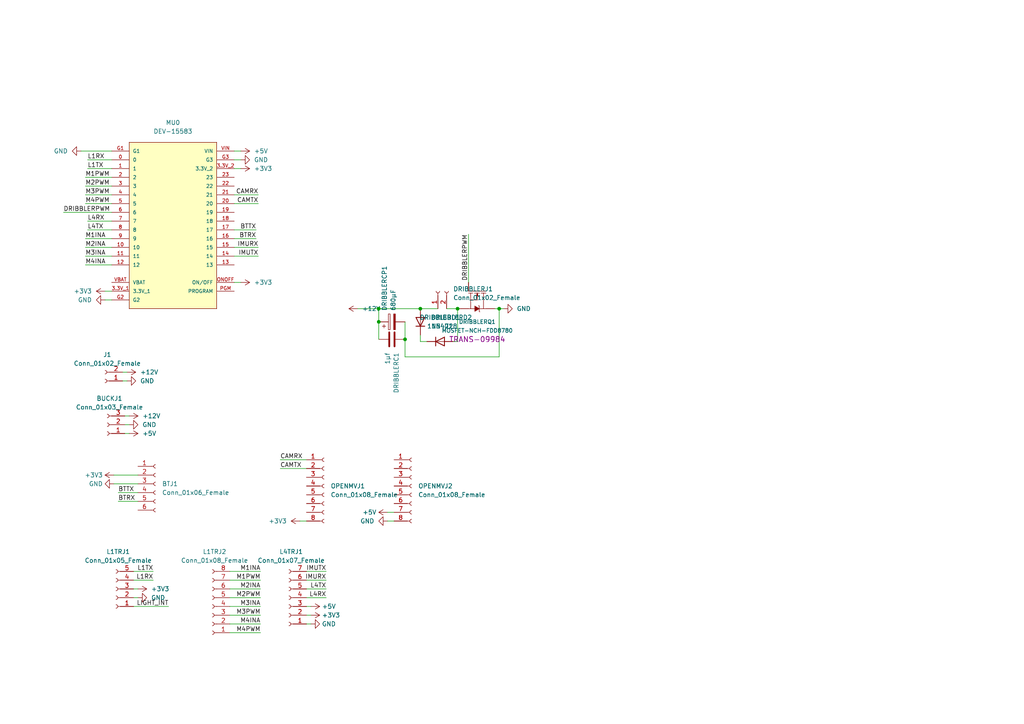
<source format=kicad_sch>
(kicad_sch (version 20211123) (generator eeschema)
  (paper "A4")
  (lib_symbols
    (symbol "Connector:Conn_01x02_Female" (pin_names (offset 1.016) hide)
      (property "Reference" "J" (at 0 2.54 0))
      (property "Value" "Conn_01x02_Female" (at 0 -5.08 0))
      (symbol "Conn_01x02_Female_1_1"
        (arc (start 0 -2.032) (mid -0.508 -2.54) (end 0 -3.048) (stroke (width 0.1524)))
        (polyline (pts (xy -1.27 -2.54) (xy -0.508 -2.54)) (stroke (width 0.1524)))
        (polyline (pts (xy -1.27 0) (xy -0.508 0)) (stroke (width 0.1524)))
        (arc (start 0 0.508) (mid -0.508 0) (end 0 -0.508) (stroke (width 0.1524)))
        (pin passive line (at -5.08 0 0) (length 3.81) (name "Pin_1") (number "1"))
        (pin passive line (at -5.08 -2.54 0) (length 3.81) (name "Pin_2") (number "2"))
      )
    )
    (symbol "Connector:Conn_01x03_Female" (pin_names (offset 1.016) hide)
      (property "Reference" "J" (at 0 5.08 0))
      (property "Value" "Conn_01x03_Female" (at 0 -5.08 0))
      (symbol "Conn_01x03_Female_1_1"
        (arc (start 0 -2.032) (mid -0.508 -2.54) (end 0 -3.048) (stroke (width 0.1524)))
        (polyline (pts (xy -1.27 -2.54) (xy -0.508 -2.54)) (stroke (width 0.1524)))
        (polyline (pts (xy -1.27 0) (xy -0.508 0)) (stroke (width 0.1524)))
        (polyline (pts (xy -1.27 2.54) (xy -0.508 2.54)) (stroke (width 0.1524)))
        (arc (start 0 0.508) (mid -0.508 0) (end 0 -0.508) (stroke (width 0.1524)))
        (arc (start 0 3.048) (mid -0.508 2.54) (end 0 2.032) (stroke (width 0.1524)))
        (pin passive line (at -5.08 2.54 0) (length 3.81) (name "Pin_1") (number "1"))
        (pin passive line (at -5.08 0 0) (length 3.81) (name "Pin_2") (number "2"))
        (pin passive line (at -5.08 -2.54 0) (length 3.81) (name "Pin_3") (number "3"))
      )
    )
    (symbol "Connector:Conn_01x05_Female" (pin_names (offset 1.016) hide)
      (property "Reference" "J" (at 0 7.62 0))
      (property "Value" "Conn_01x05_Female" (at 0 -7.62 0))
      (symbol "Conn_01x05_Female_1_1"
        (arc (start 0 -4.572) (mid -0.508 -5.08) (end 0 -5.588) (stroke (width 0.1524)))
        (arc (start 0 -2.032) (mid -0.508 -2.54) (end 0 -3.048) (stroke (width 0.1524)))
        (polyline (pts (xy -1.27 -5.08) (xy -0.508 -5.08)) (stroke (width 0.1524)))
        (polyline (pts (xy -1.27 -2.54) (xy -0.508 -2.54)) (stroke (width 0.1524)))
        (polyline (pts (xy -1.27 0) (xy -0.508 0)) (stroke (width 0.1524)))
        (polyline (pts (xy -1.27 2.54) (xy -0.508 2.54)) (stroke (width 0.1524)))
        (polyline (pts (xy -1.27 5.08) (xy -0.508 5.08)) (stroke (width 0.1524)))
        (arc (start 0 0.508) (mid -0.508 0) (end 0 -0.508) (stroke (width 0.1524)))
        (arc (start 0 3.048) (mid -0.508 2.54) (end 0 2.032) (stroke (width 0.1524)))
        (arc (start 0 5.588) (mid -0.508 5.08) (end 0 4.572) (stroke (width 0.1524)))
        (pin passive line (at -5.08 5.08 0) (length 3.81) (name "Pin_1") (number "1"))
        (pin passive line (at -5.08 2.54 0) (length 3.81) (name "Pin_2") (number "2"))
        (pin passive line (at -5.08 0 0) (length 3.81) (name "Pin_3") (number "3"))
        (pin passive line (at -5.08 -2.54 0) (length 3.81) (name "Pin_4") (number "4"))
        (pin passive line (at -5.08 -5.08 0) (length 3.81) (name "Pin_5") (number "5"))
      )
    )
    (symbol "Connector:Conn_01x06_Female" (pin_names (offset 1.016) hide)
      (property "Reference" "J" (at 0 7.62 0))
      (property "Value" "Conn_01x06_Female" (at 0 -10.16 0))
      (symbol "Conn_01x06_Female_1_1"
        (arc (start 0 -7.112) (mid -0.508 -7.62) (end 0 -8.128) (stroke (width 0.1524)))
        (arc (start 0 -4.572) (mid -0.508 -5.08) (end 0 -5.588) (stroke (width 0.1524)))
        (arc (start 0 -2.032) (mid -0.508 -2.54) (end 0 -3.048) (stroke (width 0.1524)))
        (polyline (pts (xy -1.27 -7.62) (xy -0.508 -7.62)) (stroke (width 0.1524)))
        (polyline (pts (xy -1.27 -5.08) (xy -0.508 -5.08)) (stroke (width 0.1524)))
        (polyline (pts (xy -1.27 -2.54) (xy -0.508 -2.54)) (stroke (width 0.1524)))
        (polyline (pts (xy -1.27 0) (xy -0.508 0)) (stroke (width 0.1524)))
        (polyline (pts (xy -1.27 2.54) (xy -0.508 2.54)) (stroke (width 0.1524)))
        (polyline (pts (xy -1.27 5.08) (xy -0.508 5.08)) (stroke (width 0.1524)))
        (arc (start 0 0.508) (mid -0.508 0) (end 0 -0.508) (stroke (width 0.1524)))
        (arc (start 0 3.048) (mid -0.508 2.54) (end 0 2.032) (stroke (width 0.1524)))
        (arc (start 0 5.588) (mid -0.508 5.08) (end 0 4.572) (stroke (width 0.1524)))
        (pin passive line (at -5.08 5.08 0) (length 3.81) (name "Pin_1") (number "1"))
        (pin passive line (at -5.08 2.54 0) (length 3.81) (name "Pin_2") (number "2"))
        (pin passive line (at -5.08 0 0) (length 3.81) (name "Pin_3") (number "3"))
        (pin passive line (at -5.08 -2.54 0) (length 3.81) (name "Pin_4") (number "4"))
        (pin passive line (at -5.08 -5.08 0) (length 3.81) (name "Pin_5") (number "5"))
        (pin passive line (at -5.08 -7.62 0) (length 3.81) (name "Pin_6") (number "6"))
      )
    )
    (symbol "Connector:Conn_01x07_Female" (pin_names (offset 1.016) hide)
      (property "Reference" "J" (at 0 10.16 0))
      (property "Value" "Conn_01x07_Female" (at 0 -10.16 0))
      (symbol "Conn_01x07_Female_1_1"
        (arc (start 0 -7.112) (mid -0.508 -7.62) (end 0 -8.128) (stroke (width 0.1524)))
        (arc (start 0 -4.572) (mid -0.508 -5.08) (end 0 -5.588) (stroke (width 0.1524)))
        (arc (start 0 -2.032) (mid -0.508 -2.54) (end 0 -3.048) (stroke (width 0.1524)))
        (polyline (pts (xy -1.27 -7.62) (xy -0.508 -7.62)) (stroke (width 0.1524)))
        (polyline (pts (xy -1.27 -5.08) (xy -0.508 -5.08)) (stroke (width 0.1524)))
        (polyline (pts (xy -1.27 -2.54) (xy -0.508 -2.54)) (stroke (width 0.1524)))
        (polyline (pts (xy -1.27 0) (xy -0.508 0)) (stroke (width 0.1524)))
        (polyline (pts (xy -1.27 2.54) (xy -0.508 2.54)) (stroke (width 0.1524)))
        (polyline (pts (xy -1.27 5.08) (xy -0.508 5.08)) (stroke (width 0.1524)))
        (polyline (pts (xy -1.27 7.62) (xy -0.508 7.62)) (stroke (width 0.1524)))
        (arc (start 0 0.508) (mid -0.508 0) (end 0 -0.508) (stroke (width 0.1524)))
        (arc (start 0 3.048) (mid -0.508 2.54) (end 0 2.032) (stroke (width 0.1524)))
        (arc (start 0 5.588) (mid -0.508 5.08) (end 0 4.572) (stroke (width 0.1524)))
        (arc (start 0 8.128) (mid -0.508 7.62) (end 0 7.112) (stroke (width 0.1524)))
        (pin passive line (at -5.08 7.62 0) (length 3.81) (name "Pin_1") (number "1"))
        (pin passive line (at -5.08 5.08 0) (length 3.81) (name "Pin_2") (number "2"))
        (pin passive line (at -5.08 2.54 0) (length 3.81) (name "Pin_3") (number "3"))
        (pin passive line (at -5.08 0 0) (length 3.81) (name "Pin_4") (number "4"))
        (pin passive line (at -5.08 -2.54 0) (length 3.81) (name "Pin_5") (number "5"))
        (pin passive line (at -5.08 -5.08 0) (length 3.81) (name "Pin_6") (number "6"))
        (pin passive line (at -5.08 -7.62 0) (length 3.81) (name "Pin_7") (number "7"))
      )
    )
    (symbol "Connector:Conn_01x08_Female" (pin_names (offset 1.016) hide)
      (property "Reference" "J" (at 0 10.16 0))
      (property "Value" "Conn_01x08_Female" (at 0 -12.7 0))
      (symbol "Conn_01x08_Female_1_1"
        (arc (start 0 -9.652) (mid -0.508 -10.16) (end 0 -10.668) (stroke (width 0.1524)))
        (arc (start 0 -7.112) (mid -0.508 -7.62) (end 0 -8.128) (stroke (width 0.1524)))
        (arc (start 0 -4.572) (mid -0.508 -5.08) (end 0 -5.588) (stroke (width 0.1524)))
        (arc (start 0 -2.032) (mid -0.508 -2.54) (end 0 -3.048) (stroke (width 0.1524)))
        (polyline (pts (xy -1.27 -10.16) (xy -0.508 -10.16)) (stroke (width 0.1524)))
        (polyline (pts (xy -1.27 -7.62) (xy -0.508 -7.62)) (stroke (width 0.1524)))
        (polyline (pts (xy -1.27 -5.08) (xy -0.508 -5.08)) (stroke (width 0.1524)))
        (polyline (pts (xy -1.27 -2.54) (xy -0.508 -2.54)) (stroke (width 0.1524)))
        (polyline (pts (xy -1.27 0) (xy -0.508 0)) (stroke (width 0.1524)))
        (polyline (pts (xy -1.27 2.54) (xy -0.508 2.54)) (stroke (width 0.1524)))
        (polyline (pts (xy -1.27 5.08) (xy -0.508 5.08)) (stroke (width 0.1524)))
        (polyline (pts (xy -1.27 7.62) (xy -0.508 7.62)) (stroke (width 0.1524)))
        (arc (start 0 0.508) (mid -0.508 0) (end 0 -0.508) (stroke (width 0.1524)))
        (arc (start 0 3.048) (mid -0.508 2.54) (end 0 2.032) (stroke (width 0.1524)))
        (arc (start 0 5.588) (mid -0.508 5.08) (end 0 4.572) (stroke (width 0.1524)))
        (arc (start 0 8.128) (mid -0.508 7.62) (end 0 7.112) (stroke (width 0.1524)))
        (pin passive line (at -5.08 7.62 0) (length 3.81) (name "Pin_1") (number "1"))
        (pin passive line (at -5.08 5.08 0) (length 3.81) (name "Pin_2") (number "2"))
        (pin passive line (at -5.08 2.54 0) (length 3.81) (name "Pin_3") (number "3"))
        (pin passive line (at -5.08 0 0) (length 3.81) (name "Pin_4") (number "4"))
        (pin passive line (at -5.08 -2.54 0) (length 3.81) (name "Pin_5") (number "5"))
        (pin passive line (at -5.08 -5.08 0) (length 3.81) (name "Pin_6") (number "6"))
        (pin passive line (at -5.08 -7.62 0) (length 3.81) (name "Pin_7") (number "7"))
        (pin passive line (at -5.08 -10.16 0) (length 3.81) (name "Pin_8") (number "8"))
      )
    )
    (symbol "DEV-15583:DEV-15583" (pin_names (offset 1.016))
      (property "Reference" "U" (at -12.7 23.622 0))
      (property "Value" "DEV-15583" (at -12.7 -27.94 0))
      (symbol "DEV-15583_0_0"
        (rectangle (start -12.7 -25.4) (end 12.7 22.86) (stroke (width 0.1524)) (fill (type background)))
        (pin bidirectional line (at -17.78 17.78 0) (length 5.08) (name "0") (number "0"))
        (pin bidirectional line (at -17.78 15.24 0) (length 5.08) (name "1") (number "1"))
        (pin bidirectional line (at -17.78 -7.62 0) (length 5.08) (name "10") (number "10"))
        (pin bidirectional line (at -17.78 -10.16 0) (length 5.08) (name "11") (number "11"))
        (pin bidirectional line (at -17.78 -12.7 0) (length 5.08) (name "12") (number "12"))
        (pin bidirectional line (at 17.78 -12.7 180) (length 5.08) (name "13") (number "13"))
        (pin bidirectional line (at 17.78 -10.16 180) (length 5.08) (name "14") (number "14"))
        (pin bidirectional line (at 17.78 -7.62 180) (length 5.08) (name "15") (number "15"))
        (pin bidirectional line (at 17.78 -5.08 180) (length 5.08) (name "16") (number "16"))
        (pin bidirectional line (at 17.78 -2.54 180) (length 5.08) (name "17") (number "17"))
        (pin bidirectional line (at 17.78 0 180) (length 5.08) (name "18") (number "18"))
        (pin bidirectional line (at 17.78 2.54 180) (length 5.08) (name "19") (number "19"))
        (pin bidirectional line (at -17.78 12.7 0) (length 5.08) (name "2") (number "2"))
        (pin bidirectional line (at 17.78 5.08 180) (length 5.08) (name "20") (number "20"))
        (pin bidirectional line (at 17.78 7.62 180) (length 5.08) (name "21") (number "21"))
        (pin bidirectional line (at 17.78 10.16 180) (length 5.08) (name "22") (number "22"))
        (pin bidirectional line (at 17.78 12.7 180) (length 5.08) (name "23") (number "23"))
        (pin bidirectional line (at -17.78 10.16 0) (length 5.08) (name "3") (number "3"))
        (pin power_in line (at -17.78 -20.32 0) (length 5.08) (name "3.3V_1") (number "3.3V_1"))
        (pin power_in line (at 17.78 15.24 180) (length 5.08) (name "3.3V_2") (number "3.3V_2"))
        (pin bidirectional line (at -17.78 7.62 0) (length 5.08) (name "4") (number "4"))
        (pin bidirectional line (at -17.78 5.08 0) (length 5.08) (name "5") (number "5"))
        (pin bidirectional line (at -17.78 2.54 0) (length 5.08) (name "6") (number "6"))
        (pin bidirectional line (at -17.78 0 0) (length 5.08) (name "7") (number "7"))
        (pin bidirectional line (at -17.78 -2.54 0) (length 5.08) (name "8") (number "8"))
        (pin bidirectional line (at -17.78 -5.08 0) (length 5.08) (name "9") (number "9"))
        (pin power_in line (at -17.78 20.32 0) (length 5.08) (name "G1") (number "G1"))
        (pin power_in line (at -17.78 -22.86 0) (length 5.08) (name "G2") (number "G2"))
        (pin power_in line (at 17.78 17.78 180) (length 5.08) (name "G3") (number "G3"))
        (pin bidirectional line (at 17.78 -17.78 180) (length 5.08) (name "ON/OFF") (number "ONOFF"))
        (pin bidirectional line (at 17.78 -20.32 180) (length 5.08) (name "PROGRAM") (number "PGM"))
        (pin power_in line (at -17.78 -17.78 0) (length 5.08) (name "VBAT") (number "VBAT"))
        (pin power_in line (at 17.78 20.32 180) (length 5.08) (name "VIN") (number "VIN"))
      )
    )
    (symbol "Device:C" (pin_numbers hide) (pin_names (offset 0.254))
      (property "Reference" "C" (at 0.635 2.54 0))
      (property "Value" "C" (at 0.635 -2.54 0))
      (symbol "C_0_1"
        (polyline (pts (xy -2.032 -0.762) (xy 2.032 -0.762)) (stroke (width 0.508)))
        (polyline (pts (xy -2.032 0.762) (xy 2.032 0.762)) (stroke (width 0.508)))
      )
      (symbol "C_1_1"
        (pin passive line (at 0 3.81 270) (length 2.794) (name "~") (number "1"))
        (pin passive line (at 0 -3.81 90) (length 2.794) (name "~") (number "2"))
      )
    )
    (symbol "Device:C_Polarized" (pin_numbers hide) (pin_names (offset 0.254))
      (property "Reference" "C" (at 0.635 2.54 0))
      (property "Value" "C_Polarized" (at 0.635 -2.54 0))
      (symbol "C_Polarized_0_1"
        (rectangle (start -2.286 0.508) (end 2.286 1.016))
        (polyline (pts (xy -1.778 2.286) (xy -0.762 2.286)))
        (polyline (pts (xy -1.27 2.794) (xy -1.27 1.778)))
        (rectangle (start 2.286 -0.508) (end -2.286 -1.016) (fill (type outline)))
      )
      (symbol "C_Polarized_1_1"
        (pin passive line (at 0 3.81 270) (length 2.794) (name "~") (number "1"))
        (pin passive line (at 0 -3.81 90) (length 2.794) (name "~") (number "2"))
      )
    )
    (symbol "Device:D" (pin_numbers hide) (pin_names (offset 1.016) hide)
      (property "Reference" "D" (at 0 2.54 0))
      (property "Value" "D" (at 0 -2.54 0))
      (symbol "D_0_1"
        (polyline (pts (xy -1.27 1.27) (xy -1.27 -1.27)) (stroke (width 0.254)))
        (polyline (pts (xy 1.27 0) (xy -1.27 0)))
        (polyline (pts (xy 1.27 1.27) (xy 1.27 -1.27) (xy -1.27 0) (xy 1.27 1.27)) (stroke (width 0.254)))
      )
      (symbol "D_1_1"
        (pin passive line (at -3.81 0 0) (length 2.54) (name "K") (number "1"))
        (pin passive line (at 3.81 0 180) (length 2.54) (name "A") (number "2"))
      )
    )
    (symbol "SparkFun-DiscreteSemi:MOSFET-NCH-FDD8780" (pin_numbers hide) (pin_names (offset 1.016) hide)
      (property "Reference" "Q" (at 3.81 3.81 0))
      (property "Value" "MOSFET-NCH-FDD8780" (at 3.81 -5.08 0))
      (property "Field4" "TRANS-09984" (at 0 8.89 0))
      (symbol "MOSFET-NCH-FDD8780_1_0"
        (polyline (pts (xy -2.54 -2.54) (xy -2.54 2.54)))
        (polyline (pts (xy -1.9812 -1.905) (xy -1.9812 -2.54)))
        (polyline (pts (xy -1.9812 -1.905) (xy 0 -1.905)))
        (polyline (pts (xy -1.9812 -1.2954) (xy -1.9812 -1.905)))
        (polyline (pts (xy -1.9812 0.6858) (xy -1.9812 -0.8382)))
        (polyline (pts (xy -1.9812 1.8034) (xy -1.9812 1.0922)))
        (polyline (pts (xy -1.9812 1.8034) (xy 2.54 1.8034)))
        (polyline (pts (xy -1.9812 2.54) (xy -1.9812 1.8034)))
        (polyline (pts (xy 0 -1.905) (xy 0 0)))
        (polyline (pts (xy 0 0) (xy -1.2192 0)))
        (polyline (pts (xy 1.6002 0.381) (xy 1.778 0.5588)))
        (polyline (pts (xy 2.54 -2.54) (xy 2.54 -1.905)))
        (polyline (pts (xy 2.54 -1.905) (xy 0 -1.905)))
        (polyline (pts (xy 2.54 -0.7112) (xy 2.54 -1.905)))
        (polyline (pts (xy 2.54 0.5588) (xy 1.778 0.5588)))
        (polyline (pts (xy 2.54 0.5588) (xy 3.302 0.5588)))
        (polyline (pts (xy 2.54 1.8034) (xy 2.54 0.5588)))
        (polyline (pts (xy 2.54 2.54) (xy 2.54 1.8034)))
        (polyline (pts (xy 3.302 0.5588) (xy 3.4798 0.7366)))
      )
      (symbol "MOSFET-NCH-FDD8780_1_1"
        (polyline (pts (xy -1.9812 0) (xy -1.2192 0.254) (xy -1.2192 0.254) (xy -1.2192 -0.254) (xy -1.2192 -0.254) (xy -1.9812 0)) (fill (type outline)))
        (polyline (pts (xy 1.778 -0.7112) (xy 2.54 0.5588) (xy 2.54 0.5588) (xy 3.302 -0.7112) (xy 3.302 -0.7112) (xy 1.778 -0.7112)) (fill (type outline)))
        (pin bidirectional line (at -5.08 -2.54 0) (length 2.54) (name "G") (number "1"))
        (pin bidirectional line (at 2.54 -5.08 90) (length 2.54) (name "S") (number "3"))
        (pin bidirectional line (at 2.54 5.08 270) (length 2.54) (name "D") (number "4"))
      )
    )
    (symbol "power:+12V" (power) (pin_names (offset 0))
      (property "Value" "+12V" (at 0 3.556 0))
      (symbol "+12V_0_1"
        (polyline (pts (xy -0.762 1.27) (xy 0 2.54)))
        (polyline (pts (xy 0 0) (xy 0 2.54)))
        (polyline (pts (xy 0 2.54) (xy 0.762 1.27)))
      )
      (symbol "+12V_1_1"
        (pin power_in line (at 0 0 90) (length 0) hide (name "+12V") (number "1"))
      )
    )
    (symbol "power:+3V3" (power) (pin_names (offset 0))
      (property "Value" "+3V3" (at 0 3.556 0))
      (symbol "+3V3_0_1"
        (polyline (pts (xy -0.762 1.27) (xy 0 2.54)))
        (polyline (pts (xy 0 0) (xy 0 2.54)))
        (polyline (pts (xy 0 2.54) (xy 0.762 1.27)))
      )
      (symbol "+3V3_1_1"
        (pin power_in line (at 0 0 90) (length 0) hide (name "+3V3") (number "1"))
      )
    )
    (symbol "power:+5V" (power) (pin_names (offset 0))
      (property "Value" "+5V" (at 0 3.556 0))
      (symbol "+5V_0_1"
        (polyline (pts (xy -0.762 1.27) (xy 0 2.54)))
        (polyline (pts (xy 0 0) (xy 0 2.54)))
        (polyline (pts (xy 0 2.54) (xy 0.762 1.27)))
      )
      (symbol "+5V_1_1"
        (pin power_in line (at 0 0 90) (length 0) hide (name "+5V") (number "1"))
      )
    )
    (symbol "power:GND" (power) (pin_names (offset 0))
      (property "Value" "GND" (at 0 -3.81 0))
      (symbol "GND_0_1"
        (polyline (pts (xy 0 0) (xy 0 -1.27) (xy 1.27 -1.27) (xy 0 -2.54) (xy -1.27 -1.27) (xy 0 -1.27)))
      )
      (symbol "GND_1_1"
        (pin power_in line (at 0 0 270) (length 0) hide (name "GND") (number "1"))
      )
    )
  )
  (junction (at 121.92 89.535))
  (junction (at 109.855 93.345))
  (junction (at 109.855 89.535))
  (junction (at 144.78 89.535))
  (junction (at 117.475 98.425))
  (junction (at 132.715 89.535))
  (wire (pts (xy 34.29 142.875) (xy 40.005 142.875)))
  (wire (pts (xy 38.735 165.735) (xy 44.45 165.735)))
  (wire (pts (xy 103.759 89.535) (xy 109.855 89.535)))
  (wire (pts (xy 30.48 84.455) (xy 32.385 84.455)))
  (wire (pts (xy 25.4 48.895) (xy 32.385 48.895)))
  (wire (pts (xy 121.92 99.06) (xy 123.825 99.06)))
  (wire (pts (xy 88.9 173.355) (xy 94.615 173.355)))
  (wire (pts (xy 135.89 67.945) (xy 135.89 81.915)))
  (wire (pts (xy 38.735 173.355) (xy 40.005 173.355)))
  (wire (pts (xy 67.945 71.755) (xy 74.93 71.755)))
  (wire (pts (xy 86.995 151.13) (xy 88.9 151.13)))
  (wire (pts (xy 69.85 81.915) (xy 67.945 81.915)))
  (wire (pts (xy 24.765 71.755) (xy 32.385 71.755)))
  (wire (pts (xy 24.765 74.295) (xy 32.385 74.295)))
  (wire (pts (xy 117.475 103.505) (xy 144.78 103.505)))
  (wire (pts (xy 117.475 93.345) (xy 117.475 98.425)))
  (wire (pts (xy 81.28 135.89) (xy 88.9 135.89)))
  (wire (pts (xy 112.395 148.59) (xy 114.3 148.59)))
  (wire (pts (xy 143.51 89.535) (xy 144.78 89.535)))
  (wire (pts (xy 88.9 178.435) (xy 90.17 178.435)))
  (wire (pts (xy 81.28 133.35) (xy 88.9 133.35)))
  (wire (pts (xy 66.675 175.895) (xy 75.565 175.895)))
  (wire (pts (xy 18.415 61.595) (xy 32.385 61.595)))
  (wire (pts (xy 30.48 86.995) (xy 32.385 86.995)))
  (wire (pts (xy 67.945 66.675) (xy 74.295 66.675)))
  (wire (pts (xy 36.195 125.73) (xy 37.465 125.73)))
  (wire (pts (xy 88.9 170.815) (xy 94.615 170.815)))
  (wire (pts (xy 25.4 64.135) (xy 32.385 64.135)))
  (wire (pts (xy 67.945 74.295) (xy 74.93 74.295)))
  (wire (pts (xy 69.85 48.895) (xy 67.945 48.895)))
  (wire (pts (xy 88.9 168.275) (xy 94.615 168.275)))
  (wire (pts (xy 38.735 168.275) (xy 44.45 168.275)))
  (wire (pts (xy 35.56 107.95) (xy 36.83 107.95)))
  (wire (pts (xy 66.675 180.975) (xy 75.565 180.975)))
  (wire (pts (xy 117.475 98.425) (xy 117.475 103.505)))
  (wire (pts (xy 66.675 183.515) (xy 75.565 183.515)))
  (wire (pts (xy 132.715 99.06) (xy 131.445 99.06)))
  (wire (pts (xy 67.945 69.215) (xy 74.295 69.215)))
  (wire (pts (xy 66.675 178.435) (xy 75.565 178.435)))
  (wire (pts (xy 67.945 59.055) (xy 74.93 59.055)))
  (wire (pts (xy 121.92 89.535) (xy 127 89.535)))
  (wire (pts (xy 144.78 89.535) (xy 146.05 89.535)))
  (wire (pts (xy 34.29 145.415) (xy 40.005 145.415)))
  (wire (pts (xy 88.9 175.895) (xy 90.17 175.895)))
  (wire (pts (xy 132.715 89.535) (xy 132.715 99.06)))
  (wire (pts (xy 66.675 173.355) (xy 75.565 173.355)))
  (wire (pts (xy 66.675 170.815) (xy 75.565 170.815)))
  (wire (pts (xy 109.855 93.345) (xy 109.855 98.425)))
  (wire (pts (xy 23.495 43.815) (xy 32.385 43.815)))
  (wire (pts (xy 66.675 165.735) (xy 75.565 165.735)))
  (wire (pts (xy 112.395 151.13) (xy 114.3 151.13)))
  (wire (pts (xy 121.92 97.155) (xy 121.92 99.06)))
  (wire (pts (xy 35.56 110.49) (xy 36.83 110.49)))
  (wire (pts (xy 67.945 56.515) (xy 74.93 56.515)))
  (wire (pts (xy 24.765 51.435) (xy 32.385 51.435)))
  (wire (pts (xy 109.855 89.535) (xy 121.92 89.535)))
  (wire (pts (xy 24.765 59.055) (xy 32.385 59.055)))
  (wire (pts (xy 24.765 53.975) (xy 32.385 53.975)))
  (wire (pts (xy 38.735 170.815) (xy 40.005 170.815)))
  (wire (pts (xy 33.02 140.335) (xy 40.005 140.335)))
  (wire (pts (xy 24.765 69.215) (xy 32.385 69.215)))
  (wire (pts (xy 33.02 137.795) (xy 40.005 137.795)))
  (wire (pts (xy 88.9 180.975) (xy 90.17 180.975)))
  (wire (pts (xy 109.855 89.535) (xy 109.855 93.345)))
  (wire (pts (xy 25.4 66.675) (xy 32.385 66.675)))
  (wire (pts (xy 66.675 168.275) (xy 75.565 168.275)))
  (wire (pts (xy 132.715 89.535) (xy 133.35 89.535)))
  (wire (pts (xy 38.735 175.895) (xy 48.895 175.895)))
  (wire (pts (xy 24.765 76.835) (xy 32.385 76.835)))
  (wire (pts (xy 129.54 89.535) (xy 132.715 89.535)))
  (wire (pts (xy 36.195 120.65) (xy 37.465 120.65)))
  (wire (pts (xy 69.85 43.815) (xy 67.945 43.815)))
  (wire (pts (xy 25.4 46.355) (xy 32.385 46.355)))
  (wire (pts (xy 36.195 123.19) (xy 37.465 123.19)))
  (wire (pts (xy 88.9 165.735) (xy 94.615 165.735)))
  (wire (pts (xy 24.765 56.515) (xy 32.385 56.515)))
  (wire (pts (xy 69.85 46.355) (xy 67.945 46.355)))
  (wire (pts (xy 144.78 103.505) (xy 144.78 89.535)))
  (label "DRIBBLERPWM" (at 135.89 67.945 270))
  (label "M2INA" (at 75.565 170.815 180))
  (label "IMUTX" (at 74.93 74.295 180))
  (label "CAMRX" (at 74.93 56.515 180))
  (label "CAMTX" (at 74.93 59.055 180))
  (label "BTTX" (at 34.29 142.875 0))
  (label "L1RX" (at 44.45 168.275 180))
  (label "BTRX" (at 34.29 145.415 0))
  (label "M4PWM" (at 75.565 183.515 180))
  (label "M2PWM" (at 24.765 53.975 0))
  (label "M4INA" (at 24.765 76.835 0))
  (label "L1TX" (at 25.4 48.895 0))
  (label "M3PWM" (at 75.565 178.435 180))
  (label "BTRX" (at 74.295 69.215 180))
  (label "M3INA" (at 24.765 74.295 0))
  (label "DRIBBLERPWM" (at 18.415 61.595 0))
  (label "M3PWM" (at 24.765 56.515 0))
  (label "M1PWM" (at 24.765 51.435 0))
  (label "M4PWM" (at 24.765 59.055 0))
  (label "L4RX" (at 94.615 173.355 180))
  (label "LIGHT_INT" (at 48.895 175.895 180))
  (label "M1INA" (at 24.765 69.215 0))
  (label "M2PWM" (at 75.565 173.355 180))
  (label "L1TX" (at 44.45 165.735 180))
  (label "M4INA" (at 75.565 180.975 180))
  (label "M1PWM" (at 75.565 168.275 180))
  (label "L4TX" (at 94.615 170.815 180))
  (label "L4RX" (at 25.4 64.135 0))
  (label "IMURX" (at 94.615 168.275 180))
  (label "M1INA" (at 75.565 165.735 180))
  (label "IMURX" (at 74.93 71.755 180))
  (label "M2INA" (at 24.765 71.755 0))
  (label "CAMRX" (at 81.28 133.35 0))
  (label "M3INA" (at 75.565 175.895 180))
  (label "IMUTX" (at 94.615 165.735 180))
  (label "CAMTX" (at 81.28 135.89 0))
  (label "BTTX" (at 74.295 66.675 180))
  (label "L1RX" (at 25.4 46.355 0))
  (label "L4TX" (at 25.4 66.675 0))
  (symbol (lib_id "power:+3V3") (at 69.85 48.895 270) (unit 1)
    (property "Reference" "#PWR0116" (effects hide))
    (property "Value" "+3V3" (at 73.66 48.8951 90) (effects (justify left)))
  )
  (symbol (lib_id "Connector:Conn_01x05_Female") (at 33.655 170.815 180) (unit 1)
    (property "Reference" "L1TRJ1" (at 34.29 160.02 0))
    (property "Value" "Conn_01x05_Female" (at 34.29 162.56 0))
    (property "Footprint" "Connector_JST:JST_SH_BM05B-SRSS-TB_1x05-1MP_P1.00mm_Vertical" (effects hide))
  )
  (symbol (lib_id "power:+3V3") (at 69.85 81.915 270) (unit 1)
    (property "Reference" "#PWR0108" (effects hide))
    (property "Value" "+3V3" (at 73.66 81.9151 90) (effects (justify left)))
  )
  (symbol (lib_id "power:+5V") (at 37.465 125.73 270) (unit 1)
    (property "Reference" "#PWR0104" (effects hide))
    (property "Value" "+5V" (at 41.275 125.7299 90) (effects (justify left)))
  )
  (symbol (lib_id "power:GND") (at 112.395 151.13 270) (unit 1)
    (property "Reference" "#PWR0125" (effects hide))
    (property "Value" "GND" (at 108.585 151.1299 90) (effects (justify right)))
  )
  (symbol (lib_id "power:+12V") (at 37.465 120.65 270) (unit 1)
    (property "Reference" "#PWR0102" (effects hide))
    (property "Value" "+12V" (at 41.275 120.6499 90) (effects (justify left)))
  )
  (symbol (lib_id "power:+3V3") (at 33.02 137.795 90) (unit 1)
    (property "Reference" "#PWR?" (effects hide))
    (property "Value" "+3V3" (at 29.845 137.7949 90) (effects (justify left)))
  )
  (symbol (lib_id "power:GND") (at 23.495 43.815 270) (unit 1)
    (property "Reference" "#PWR0117" (effects hide))
    (property "Value" "GND" (at 19.685 43.8149 90) (effects (justify right)))
  )
  (symbol (lib_id "Connector:Conn_01x08_Female") (at 61.595 175.895 180) (unit 1)
    (property "Reference" "L1TRJ2" (at 62.23 160.02 0))
    (property "Value" "Conn_01x08_Female" (at 62.23 162.56 0))
    (property "Footprint" "Connector_JST:JST_SH_BM08B-SRSS-TB_1x08-1MP_P1.00mm_Vertical" (effects hide))
  )
  (symbol (lib_id "Device:C") (at 113.665 98.425 270) (unit 1)
    (property "Reference" "DRIBBLERC1" (at 114.9351 102.235 0) (effects (justify left)))
    (property "Value" "1µf" (at 112.3951 102.235 0) (effects (justify left)))
    (property "Footprint" "Capacitors:0603" (effects hide))
  )
  (symbol (lib_id "power:+5V") (at 112.395 148.59 90) (unit 1)
    (property "Reference" "#PWR0101" (effects hide))
    (property "Value" "+5V" (at 109.22 148.5899 90) (effects (justify left)))
  )
  (symbol (lib_id "power:GND") (at 146.05 89.535 90) (unit 1)
    (property "Reference" "#PWR0111" (effects hide))
    (property "Value" "GND" (at 149.86 89.5349 90) (effects (justify right)))
  )
  (symbol (lib_id "power:GND") (at 90.17 180.975 90) (unit 1)
    (property "Reference" "#PWR0123" (effects hide))
    (property "Value" "GND" (at 93.345 180.9749 90) (effects (justify right)))
  )
  (symbol (lib_id "power:+12V") (at 36.83 107.95 270) (unit 1)
    (property "Reference" "#PWR0109" (effects hide))
    (property "Value" "+12V" (at 40.64 107.9499 90) (effects (justify left)))
  )
  (symbol (lib_id "Device:D") (at 121.92 93.345 90) (unit 1)
    (property "Reference" "DRIBBLERD2" (at 125.095 92.0749 90) (effects (justify right)))
    (property "Value" "1N4728" (at 125.095 94.6149 90) (effects (justify right)))
    (property "Footprint" "Diode_THT:D_DO-41_SOD81_P10.16mm_Horizontal" (effects hide))
  )
  (symbol (lib_id "power:GND") (at 40.005 173.355 90) (unit 1)
    (property "Reference" "#PWR0105" (effects hide))
    (property "Value" "GND" (at 43.815 173.3549 90) (effects (justify right)))
  )
  (symbol (lib_id "Device:C_Polarized") (at 113.665 93.345 90) (unit 1)
    (property "Reference" "DRIBBLERCP1" (at 111.5059 90.17 0) (effects (justify left)))
    (property "Value" "680µF" (at 114.0459 90.17 0) (effects (justify left)))
    (property "Footprint" "Capacitor_THT:CP_Radial_D8.0mm_P3.50mm" (effects hide))
  )
  (symbol (lib_id "power:+12V") (at 103.759 89.535 90) (unit 1)
    (property "Reference" "#PWR0112" (effects hide))
    (property "Value" "+12V" (at 105.029 89.5349 90) (effects (justify right)))
  )
  (symbol (lib_id "Connector:Conn_01x07_Female") (at 83.82 173.355 180) (unit 1)
    (property "Reference" "L4TRJ1" (at 84.455 160.02 0))
    (property "Value" "Conn_01x07_Female" (at 84.455 162.56 0))
    (property "Footprint" "Connector_JST:JST_SH_BM07B-SRSS-TB_1x07-1MP_P1.00mm_Vertical" (effects hide))
  )
  (symbol (lib_id "DEV-15583:DEV-15583") (at 50.165 64.135 0) (unit 1)
    (property "Reference" "MU0" (at 50.165 35.56 0))
    (property "Value" "DEV-15583" (at 50.165 38.1 0))
    (property "Footprint" "teensy:Teensy40" (effects hide))
    (property "MAXIMUM_PACKAGE_HEIGHT" "5.87mm" (effects hide))
    (property "STANDARD" "Manufacturer Recommendations" (effects hide))
    (property "MANUFACTURER" "Sparkfun" (effects hide))
  )
  (symbol (lib_id "power:GND") (at 33.02 140.335 270) (unit 1)
    (property "Reference" "#PWR0120" (effects hide))
    (property "Value" "GND" (at 29.845 140.3349 90) (effects (justify right)))
  )
  (symbol (lib_id "power:+5V") (at 90.17 175.895 270) (unit 1)
    (property "Reference" "#PWR0122" (effects hide))
    (property "Value" "+5V" (at 93.345 175.8949 90) (effects (justify left)))
  )
  (symbol (lib_id "Connector:Conn_01x02_Female") (at 127 84.455 90) (unit 1)
    (property "Reference" "DRIBBLERJ1" (at 131.445 83.8199 90) (effects (justify right)))
    (property "Value" "Conn_01x02_Female" (at 131.445 86.3599 90) (effects (justify right)))
    (property "Footprint" "Connector_AMASS:AMASS_XT30PW-F_1x02_P2.50mm_Horizontal" (effects hide))
  )
  (symbol (lib_id "power:+3V3") (at 86.995 151.13 90) (unit 1)
    (property "Reference" "#PWR0124" (effects hide))
    (property "Value" "+3V3" (at 83.185 151.1299 90) (effects (justify left)))
  )
  (symbol (lib_id "power:+3V3") (at 90.17 178.435 270) (unit 1)
    (property "Reference" "#PWR0121" (effects hide))
    (property "Value" "+3V3" (at 93.345 178.4349 90) (effects (justify left)))
  )
  (symbol (lib_id "power:+5V") (at 69.85 43.815 270) (unit 1)
    (property "Reference" "#PWR0107" (effects hide))
    (property "Value" "+5V" (at 73.66 43.8149 90) (effects (justify left)))
  )
  (symbol (lib_id "Device:D") (at 127.635 99.06 0) (unit 1)
    (property "Reference" "DRIBBLERD1" (at 127.635 92.075 0))
    (property "Value" "1N5401" (at 127.635 94.615 0))
    (property "Footprint" "Diode_THT:D_DO-27_P15.24mm_Horizontal" (effects hide))
  )
  (symbol (lib_id "power:+3V3") (at 40.005 170.815 270) (unit 1)
    (property "Reference" "#PWR0106" (effects hide))
    (property "Value" "+3V3" (at 43.815 170.8149 90) (effects (justify left)))
  )
  (symbol (lib_id "power:GND") (at 36.83 110.49 90) (unit 1)
    (property "Reference" "#PWR0110" (effects hide))
    (property "Value" "GND" (at 40.64 110.4899 90) (effects (justify right)))
  )
  (symbol (lib_id "Connector:Conn_01x08_Female") (at 93.98 140.97 0) (unit 1)
    (property "Reference" "OPENMVJ1" (at 95.885 140.9699 0) (effects (justify left)))
    (property "Value" "Conn_01x08_Female" (at 95.885 143.5099 0) (effects (justify left)))
    (property "Footprint" "Connectors:1X08_FEMALE_LOCK" (effects hide))
  )
  (symbol (lib_id "Connector:Conn_01x08_Female") (at 119.38 140.97 0) (unit 1)
    (property "Reference" "OPENMVJ2" (at 121.285 140.9699 0) (effects (justify left)))
    (property "Value" "Conn_01x08_Female" (at 121.285 143.5099 0) (effects (justify left)))
    (property "Footprint" "Connectors:1X08_FEMALE_LOCK" (effects hide))
  )
  (symbol (lib_id "Connector:Conn_01x06_Female") (at 45.085 140.335 0) (unit 1)
    (property "Reference" "BTJ1" (at 46.99 140.3349 0) (effects (justify left)))
    (property "Value" "Conn_01x06_Female" (at 46.99 142.8749 0) (effects (justify left)))
    (property "Footprint" "Connectors:1X06_FEMALE_LOCK.010" (effects hide))
  )
  (symbol (lib_id "SparkFun-DiscreteSemi:MOSFET-NCH-FDD8780") (at 138.43 86.995 270) (unit 1)
    (property "Reference" "DRIBBLERQ1" (at 138.43 93.345 90) (effects (font (size 1.143 1.143))))
    (property "Value" "MOSFET-NCH-FDD8780" (at 138.43 95.885 90) (effects (font (size 1.143 1.143))))
    (property "Footprint" "Silicon-Standard:DPAK" (effects hide))
    (property "Field4" "TRANS-09984" (at 138.43 98.425 90) (effects (font (size 1.524 1.524))))
  )
  (symbol (lib_id "power:GND") (at 30.48 86.995 270) (unit 1)
    (property "Reference" "#PWR0118" (effects hide))
    (property "Value" "GND" (at 26.67 86.9949 90) (effects (justify right)))
  )
  (symbol (lib_id "Connector:Conn_01x02_Female") (at 30.48 110.49 180) (unit 1)
    (property "Reference" "J1" (at 31.115 102.87 0))
    (property "Value" "Conn_01x02_Female" (at 31.115 105.41 0))
    (property "Footprint" "Connector_AMASS:AMASS_XT30PW-F_1x02_P2.50mm_Horizontal" (effects hide))
  )
  (symbol (lib_id "power:+3V3") (at 30.48 84.455 90) (unit 1)
    (property "Reference" "#PWR0119" (effects hide))
    (property "Value" "+3V3" (at 26.67 84.4549 90) (effects (justify left)))
  )
  (symbol (lib_id "power:GND") (at 69.85 46.355 90) (unit 1)
    (property "Reference" "#PWR0115" (effects hide))
    (property "Value" "GND" (at 73.66 46.3551 90) (effects (justify right)))
  )
  (symbol (lib_id "power:GND") (at 37.465 123.19 90) (unit 1)
    (property "Reference" "#PWR0103" (effects hide))
    (property "Value" "GND" (at 41.275 123.1899 90) (effects (justify right)))
  )
  (symbol (lib_id "Connector:Conn_01x03_Female") (at 31.115 123.19 180) (unit 1)
    (property "Reference" "BUCKJ1" (at 31.75 115.57 0))
    (property "Value" "Conn_01x03_Female" (at 31.75 118.11 0))
    (property "Footprint" "Connectors:1X03_LOCK" (effects hide))
  )
)
</source>
